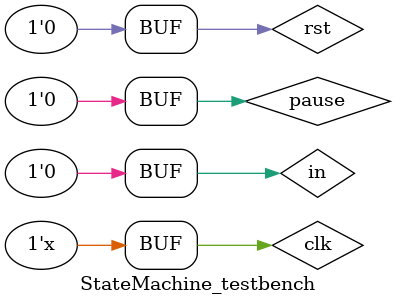
<source format=v>
`timescale 1ns / 1ps


module StateMachine_testbench ();
  reg clk, rst, in, pause;
  wire [3:0] out;
  wire [2:0] leds;

  State_Machine SM_test (
      .clk(clk),
      .rst(rst),
      .in(in),
      .pause(pause),
      .out(out),
      .state(leds)
  );

  always #50 clk = ~clk;
  initial begin
    clk = 0;
    rst = 1;
    in = 0;
    pause = 0;
    #50 rst = 1'b0;
    #100 in = 1'b1;
    #100 in = 1'b0;
    #100 in = 1'b1;
    #100 in = 1'b0;
    #100 in = 1'b1;
    #100 in = 1'b0;
    #100 pause = 1'b1;
    in = 1'b1;
    #100 in = 1'b0;
    #100 in = 1'b1;
    #100 in = 1'b0;
    #100 pause = 1'b0;
    in = 1'b1;
    #100 in = 1'b0;
    #100 in = 1'b1;
    #100 in = 1'b0;
    #100 rst = 1'b1;
    #100 rst = 1'b0;
  end
endmodule

</source>
